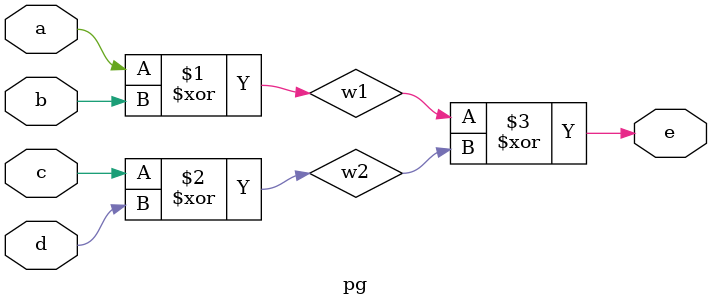
<source format=v>
module pg(input a,b,c, d,output e);
  wire w1,w2;
  xor(w1,a,b);
  xor(w2,c,d);
  xor(e,w1,w2);
endmodule

</source>
